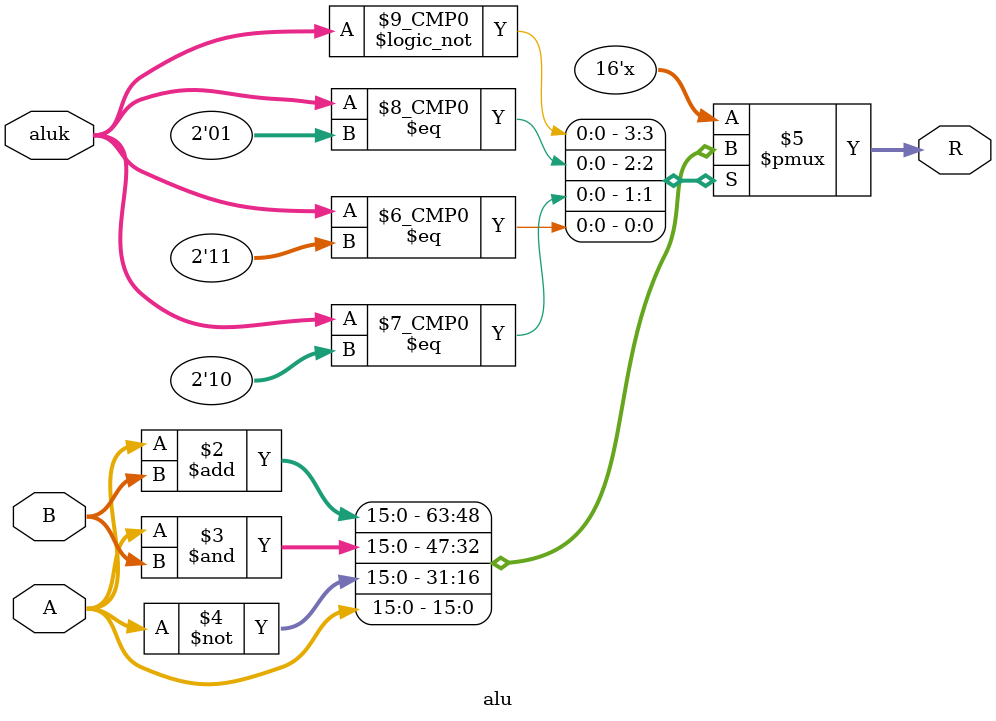
<source format=sv>
module alu(
    input logic [15:0] A, B, // B is sr1, A is sr2
    input logic [1:0] aluk,
    output logic [15:0] R
    );

    always_comb begin
        case (aluk)
            2'b00: R = A + B;
            2'b01: R = A & B;
            2'b10: R = ~A ;
            2'b11: R = A;
            default: R = 16'bX;
        endcase
    end

endmodule

</source>
